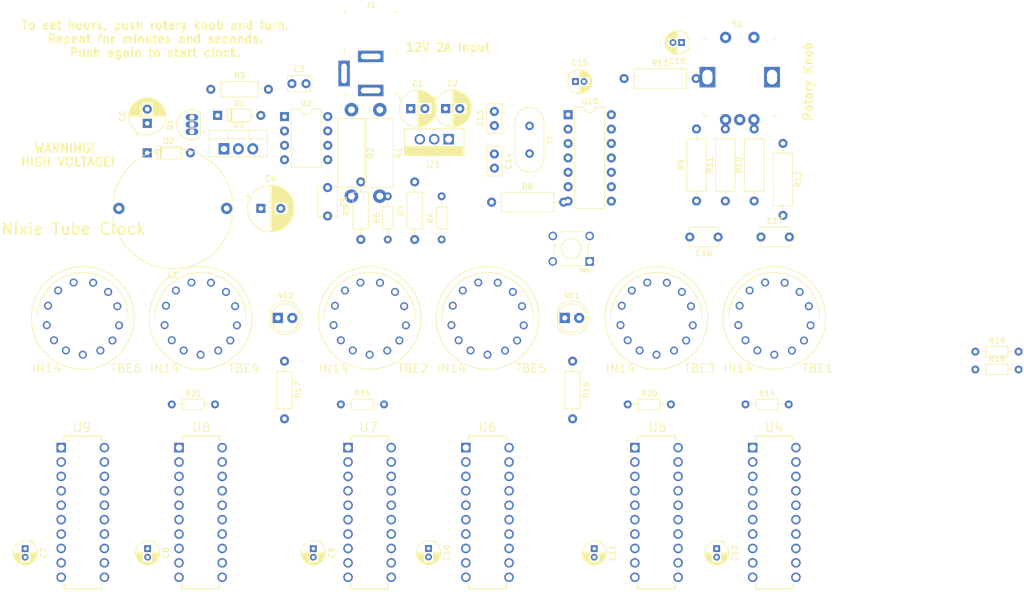
<source format=kicad_pcb>
(kicad_pcb (version 20211014) (generator pcbnew)
  (layers (0 "F.Cu" signal) (31 "B.Cu" signal) (34 "B.Paste" user) (35 "F.Paste" user) (36 "B.SilkS" user "B.Silkscreen") (37 "F.SilkS" user "F.Silkscreen") (38 "B.Mask" user) (39 "F.Mask" user) (44 "Edge.Cuts" user))
  (net 0 "")
  (net 1 "Net-(D1-Pad1)")
  (net 2 "Net-(D1-Pad2)")
  (net 3 "VDC")
  (net 4 "Net-(D2-Pad2)")
  (net 5 "GND")
  (net 6 "+12V")
  (net 7 "Net-(NE1-Pad2)")
  (net 10 "+5V")
  (net 11 "/Microcontroller/Clock In")
  (net 12 "/Microcontroller/Clock Out")
  (net 14 "/Microcontroller/Rotary Button")
  (net 15 "Net-(R10-Pad2)")
  (net 16 "/Microcontroller/Reset")
  (net 17 "/Microcontroller/Encoder A")
  (net 18 "/Microcontroller/Encoder B")
  (net 19 "Net-(R11-Pad1)")
  (net 20 "Net-(R18-Pad1)")
  (net 21 "Net-(NE2-Pad2)")
  (net 22 "Net-(C3-Pad1)")
  (net 23 "Net-(U4-Pad18)")
  (net 24 "Net-(U5-Pad18)")
  (net 25 "Net-(U6-Pad18)")
  (net 26 "Net-(U7-Pad18)")
  (net 27 "/Data Output")
  (net 28 "/Data Latch")
  (net 29 "/Shift Clock")
  (net 30 "/Tube_1_Digit_0")
  (net 31 "/Tube_1_Digit_1")
  (net 32 "/Tube_1_Digit_2")
  (net 33 "/Tube_1_Digit_3")
  (net 34 "/Tube_1_Digit_4")
  (net 35 "/Tube_1_Digit_5")
  (net 36 "/Tube_1_Digit_6")
  (net 37 "/Tube_1_Digit_7")
  (net 38 "/Tube_1_Digit_8")
  (net 39 "/Tube_1_Digit_9")
  (net 40 "/Tube_2_Digit_0")
  (net 41 "/Tube_2_Digit_1")
  (net 42 "/Tube_2_Digit_2")
  (net 43 "/Tube_2_Digit_3")
  (net 44 "/Tube_2_Digit_4")
  (net 45 "/Tube_2_Digit_5")
  (net 46 "/Tube_3_Digit_0")
  (net 47 "/Tube_3_Digit_1")
  (net 48 "/Tube_3_Digit_2")
  (net 49 "/Tube_3_Digit_3")
  (net 50 "/Tube_3_Digit_4")
  (net 51 "/Tube_3_Digit_5")
  (net 52 "/Tube_3_Digit_6")
  (net 53 "/Tube_3_Digit_7")
  (net 54 "/Tube_3_Digit_8")
  (net 55 "/Tube_3_Digit_9")
  (net 56 "/Tube_4_Digit_0")
  (net 57 "/Tube_4_Digit_1")
  (net 58 "/Tube_4_Digit_2")
  (net 59 "/Tube_4_Digit_3")
  (net 60 "/Tube_4_Digit_4")
  (net 61 "/Tube_4_Digit_5")
  (net 62 "/Tube_5_Digit_0")
  (net 63 "/Tube_5_Digit_1")
  (net 64 "/Tube_5_Digit_2")
  (net 65 "/Tube_5_Digit_3")
  (net 66 "/Tube_5_Digit_4")
  (net 67 "/Tube_5_Digit_5")
  (net 68 "/Tube_5_Digit_6")
  (net 69 "/Tube_5_Digit_7")
  (net 70 "Net-(U8-Pad18)")
  (net 71 "/Tube_5_Digit_8")
  (net 72 "/Tube_6_Digit_0")
  (net 73 "/Tube_6_Digit_1")
  (net 74 "/Tube_6_Digit_2")
  (net 80 "Net-(R14-Pad1)")
  (net 87 "Net-(R15-Pad1)")
  (net 94 "Net-(R20-Pad1)")
  (net 97 "Net-(R21-Pad1)")
  (net 100 "Net-(R19-Pad1)")
  (net 113 "Net-(C4-Pad1)")
  (net 114 "Net-(C5-Pad1)")
  (net 115 "/Tube_5_Digit_9")
  (net 116 "Net-(R6-Pad1)")
  (footprint "TPIC6595N:DIP254P762X508-20" (layer "F.Cu") (at 161.29 138.43)
    (fp_text reference "U6" (at -3.79 -26.43) (layer "F.SilkS") (effects (font (size 1.640213 1.640213))))
    (fp_text value "TPIC6595N")
    (pad "1" thru_hole rect (at -7.62 -22.86) (size 1.6764 1.6764) (drill 1.1176) (layers *.Cu *.Mask) (net 5 "GND"))
    (pad "2" thru_hole circle (at -7.62 -20.32) (size 1.6764 1.6764) (drill 1.1176) (layers *.Cu *.Mask) (net 10 "+5V"))
    (pad "3" thru_hole circle (at -7.62 -17.78) (size 1.6764 1.6764) (drill 1.1176) (layers *.Cu *.Mask) (net 24 "Net-(U5-Pad18)"))
    (pad "4" thru_hole circle (at -7.62 -15.24) (size 1.6764 1.6764) (drill 1.1176) (layers *.Cu *.Mask) (net 46 "/Tube_3_Digit_0"))
    (pad "5" thru_hole circle (at -7.62 -12.7) (size 1.6764 1.6764) (drill 1.1176) (layers *.Cu *.Mask) (net 47 "/Tube_3_Digit_1"))
    (pad "6" thru_hole circle (at -7.62 -10.16) (size 1.6764 1.6764) (drill 1.1176) (layers *.Cu *.Mask) (net 48 "/Tube_3_Digit_2"))
    (pad "7" thru_hole circle (at -7.62 -7.62) (size 1.6764 1.6764) (drill 1.1176) (layers *.Cu *.Mask) (net 49 "/Tube_3_Digit_3"))
    (pad "8" thru_hole circle (at -7.62 -5.08) (size 1.6764 1.6764) (drill 1.1176) (layers *.Cu *.Mask) (net 10 "+5V"))
    (pad "9" thru_hole circle (at -7.62 -2.54) (size 1.6764 1.6764) (drill 1.1176) (layers *.Cu *.Mask) (net 5 "GND"))
    (pad "10" thru_hole circle (at -7.62 0) (size 1.6764 1.6764) (drill 1.1176) (layers *.Cu *.Mask) (net 5 "GND"))
    (pad "11" thru_hole circle (at 0 0) (size 1.6764 1.6764) (drill 1.1176) (layers *.Cu *.Mask) (net 5 "GND"))
    (pad "12" thru_hole circle (at 0 -2.54) (size 1.6764 1.6764) (drill 1.1176) (layers *.Cu *.Mask) (net 28 "/Data Latch"))
    (pad "13" thru_hole circle (at 0 -5.08) (size 1.6764 1.6764) (drill 1.1176) (layers *.Cu *.Mask) (net 29 "/Shift Clock"))
    (pad "14" thru_hole circle (at 0 -7.62) (size 1.6764 1.6764) (drill 1.1176) (layers *.Cu *.Mask) (net 50 "/Tube_3_Digit_4"))
    (pad "15" thru_hole circle (at 0 -10.16) (size 1.6764 1.6764) (drill 1.1176) (layers *.Cu *.Mask) (net 51 "/Tube_3_Digit_5"))
    (pad "16" thru_hole circle (at 0 -12.7) (size 1.6764 1.6764) (drill 1.1176) (layers *.Cu *.Mask) (net 52 "/Tube_3_Digit_6"))
    (pad "17" thru_hole circle (at 0 -15.24) (size 1.6764 1.6764) (drill 1.1176) (layers *.Cu *.Mask) (net 53 "/Tube_3_Digit_7"))
    (pad "18" thru_hole circle (at 0 -17.78) (size 1.6764 1.6764) (drill 1.1176) (layers *.Cu *.Mask) (net 25 "Net-(U6-Pad18)"))
    (pad "19" thru_hole circle (at 0 -20.32) (size 1.6764 1.6764) (drill 1.1176) (layers *.Cu *.Mask) (net 5 "GND"))
    (pad "20" thru_hole circle (at 0 -22.86) (size 1.6764 1.6764) (drill 1.1176) (layers *.Cu *.Mask) (net 5 "GND"))
  )
  (footprint "TPIC6595N:DIP254P762X508-20" (layer "F.Cu") (at 191.093884 138.43)
    (fp_text reference "U5" (at -3.593884 -26.43) (layer "F.SilkS") (effects (font (size 1.640213 1.640213))))
    (fp_text value "TPIC6595N")
    (pad "1" thru_hole rect (at -7.62 -22.86) (size 1.6764 1.6764) (drill 1.1176) (layers *.Cu *.Mask) (net 5 "GND"))
    (pad "2" thru_hole circle (at -7.62 -20.32) (size 1.6764 1.6764) (drill 1.1176) (layers *.Cu *.Mask) (net 10 "+5V"))
    (pad "3" thru_hole circle (at -7.62 -17.78) (size 1.6764 1.6764) (drill 1.1176) (layers *.Cu *.Mask) (net 23 "Net-(U4-Pad18)"))
    (pad "4" thru_hole circle (at -7.62 -15.24) (size 1.6764 1.6764) (drill 1.1176) (layers *.Cu *.Mask) (net 38 "/Tube_1_Digit_8"))
    (pad "5" thru_hole circle (at -7.62 -12.7) (size 1.6764 1.6764) (drill 1.1176) (layers *.Cu *.Mask) (net 39 "/Tube_1_Digit_9"))
    (pad "6" thru_hole circle (at -7.62 -10.16) (size 1.6764 1.6764) (drill 1.1176) (layers *.Cu *.Mask) (net 40 "/Tube_2_Digit_0"))
    (pad "7" thru_hole circle (at -7.62 -7.62) (size 1.6764 1.6764) (drill 1.1176) (layers *.Cu *.Mask) (net 41 "/Tube_2_Digit_1"))
    (pad "8" thru_hole circle (at -7.62 -5.08) (size 1.6764 1.6764) (drill 1.1176) (layers *.Cu *.Mask) (net 10 "+5V"))
    (pad "9" thru_hole circle (at -7.62 -2.54) (size 1.6764 1.6764) (drill 1.1176) (layers *.Cu *.Mask) (net 5 "GND"))
    (pad "10" thru_hole circle (at -7.62 0) (size 1.6764 1.6764) (drill 1.1176) (layers *.Cu *.Mask) (net 5 "GND"))
    (pad "11" thru_hole circle (at 0 0) (size 1.6764 1.6764) (drill 1.1176) (layers *.Cu *.Mask) (net 5 "GND"))
    (pad "12" thru_hole circle (at 0 -2.54) (size 1.6764 1.6764) (drill 1.1176) (layers *.Cu *.Mask) (net 28 "/Data Latch"))
    (pad "13" thru_hole circle (at 0 -5.08) (size 1.6764 1.6764) (drill 1.1176) (layers *.Cu *.Mask) (net 29 "/Shift Clock"))
    (pad "14" thru_hole circle (at 0 -7.62) (size 1.6764 1.6764) (drill 1.1176) (layers *.Cu *.Mask) (net 42 "/Tube_2_Digit_2"))
    (pad "15" thru_hole circle (at 0 -10.16) (size 1.6764 1.6764) (drill 1.1176) (layers *.Cu *.Mask) (net 43 "/Tube_2_Digit_3"))
    (pad "16" thru_hole circle (at 0 -12.7) (size 1.6764 1.6764) (drill 1.1176) (layers *.Cu *.Mask) (net 44 "/Tube_2_Digit_4"))
    (pad "17" thru_hole circle (at 0 -15.24) (size 1.6764 1.6764) (drill 1.1176) (layers *.Cu *.Mask) (net 45 "/Tube_2_Digit_5"))
    (pad "18" thru_hole circle (at 0 -17.78) (size 1.6764 1.6764) (drill 1.1176) (layers *.Cu *.Mask) (net 24 "Net-(U5-Pad18)"))
    (pad "19" thru_hole circle (at 0 -20.32) (size 1.6764 1.6764) (drill 1.1176) (layers *.Cu *.Mask) (net 5 "GND"))
    (pad "20" thru_hole circle (at 0 -22.86) (size 1.6764 1.6764) (drill 1.1176) (layers *.Cu *.Mask) (net 5 "GND"))
  )
  (footprint "tlnixie-master:IN-14-mod" (layer "F.Cu") (at 187.283884 92.71)
    (fp_text reference "TBE3" (at 7.62 8.89) (layer "F.SilkS") (effects (font (size 1.524 1.524))))
    (fp_text value "IN14" (at -6.35 8.89) (layer "F.SilkS") (effects (font (size 1.524 1.524))))
    (pad "1" thru_hole circle locked (at 0 6.477) (size 1.408 1.408) (drill 0.9) (layers *.Cu *.Mask) (net 20 "Net-(R18-Pad1)"))
    (pad "2" thru_hole circle locked (at 3.104 5.752) (size 1.408 1.408) (drill 0.9) (layers *.Cu *.Mask))
    (pad "3" thru_hole circle locked (at 5.232 3.973) (size 1.408 1.408) (drill 0.9) (layers *.Cu *.Mask) (net 41 "/Tube_2_Digit_1"))
    (pad "4" thru_hole circle locked (at 6.393 1.307) (size 1.408 1.408) (drill 0.9) (layers *.Cu *.Mask) (net 42 "/Tube_2_Digit_2"))
    (pad "5" thru_hole circle locked (at 6.089 -2.063) (size 1.408 1.408) (drill 0.9) (layers *.Cu *.Mask) (net 43 "/Tube_2_Digit_3"))
    (pad "6" thru_hole circle locked (at 4.469 -4.594) (size 1.408 1.408) (drill 0.9) (layers *.Cu *.Mask) (net 44 "/Tube_2_Digit_4"))
    (pad "7" thru_hole circle locked (at 1.822 -6.213 180) (size 1.408 1.408) (drill 0.9) (layers *.Cu *.Mask) (net 45 "/Tube_2_Digit_5"))
    (pad "8" thru_hole circle locked (at -1.621 -6.243 180) (size 1.408 1.408) (drill 0.9) (layers *.Cu *.Mask))
    (pad "9" thru_hole circle locked (at -4.348 -4.846) (size 1.408 1.408) (drill 0.9) (layers *.Cu *.Mask))
    (pad "10" thru_hole circle locked (at -6.12 -2.154) (size 1.408 1.408) (drill 0.9) (layers *.Cu *.Mask))
    (pad "11" thru_hole circle locked (at -6.35 1.27) (size 1.408 1.408) (drill 0.9) (layers *.Cu *.Mask))
    (pad "12" thru_hole circle locked (at -5.08 3.937) (size 1.408 1.408) (drill 0.9) (layers *.Cu *.Mask) (net 40 "/Tube_2_Digit_0"))
    (pad "13" thru_hole circle locked (at -2.978 5.725) (size 1.408 1.408) (drill 0.9) (layers *.Cu *.Mask))
  )
  (footprint "Resistor_THT:R_Axial_DIN0204_L3.6mm_D1.6mm_P7.62mm_Horizontal" (layer "F.Cu") (at 243.5 101.8)
    (fp_text reference "R18" (at 3.81 -1.92) (layer "F.SilkS"))
    (fp_text value "14k")
    (pad "1" thru_hole circle (at 0 0) (size 1.4 1.4) (drill 0.7) (layers *.Cu *.Mask) (net 20 "Net-(R18-Pad1)"))
    (pad "2" thru_hole oval (at 7.62 0) (size 1.4 1.4) (drill 0.7) (layers *.Cu *.Mask) (net 3 "VDC"))
  )
  (footprint "Resistor_THT:R_Axial_DIN0204_L3.6mm_D1.6mm_P7.62mm_Horizontal" (layer "F.Cu") (at 202.974632 107.95)
    (fp_text reference "R14" (at 3.81 -1.92) (layer "F.SilkS"))
    (fp_text value "14k")
    (pad "1" thru_hole circle (at 0 0) (size 1.4 1.4) (drill 0.7) (layers *.Cu *.Mask) (net 80 "Net-(R14-Pad1)"))
    (pad "2" thru_hole oval (at 7.62 0) (size 1.4 1.4) (drill 0.7) (layers *.Cu *.Mask) (net 3 "VDC"))
  )
  (footprint "Crystal:Crystal_HC49-4H_Vertical" (layer "F.Cu") (at 164.9 58.85 -90)
    (fp_text reference "Y1" (at 2.44 -3.525 90) (layer "F.SilkS"))
    (fp_text value "12.288MHz")
    (pad "1" thru_hole circle (at 0 0 270) (size 1.5 1.5) (drill 0.8) (layers *.Cu *.Mask) (net 11 "/Microcontroller/Clock In"))
    (pad "2" thru_hole circle (at 4.88 0 270) (size 1.5 1.5) (drill 0.8) (layers *.Cu *.Mask) (net 12 "/Microcontroller/Clock Out"))
  )
  (footprint "tlnixie-master:IN-14-mod" (layer "F.Cu") (at 106.905374 92.71)
    (fp_text reference "TBE4" (at 7.62 8.89) (layer "F.SilkS") (effects (font (size 1.524 1.524))))
    (fp_text value "IN14" (at -6.35 8.89) (layer "F.SilkS") (effects (font (size 1.524 1.524))))
    (pad "1" thru_hole circle locked (at 0 6.477) (size 1.408 1.408) (drill 0.9) (layers *.Cu *.Mask) (net 100 "Net-(R19-Pad1)"))
    (pad "2" thru_hole circle locked (at 3.104 5.752) (size 1.408 1.408) (drill 0.9) (layers *.Cu *.Mask))
    (pad "3" thru_hole circle locked (at 5.232 3.973) (size 1.408 1.408) (drill 0.9) (layers *.Cu *.Mask) (net 63 "/Tube_5_Digit_1"))
    (pad "4" thru_hole circle locked (at 6.393 1.307) (size 1.408 1.408) (drill 0.9) (layers *.Cu *.Mask) (net 64 "/Tube_5_Digit_2"))
    (pad "5" thru_hole circle locked (at 6.089 -2.063) (size 1.408 1.408) (drill 0.9) (layers *.Cu *.Mask) (net 65 "/Tube_5_Digit_3"))
    (pad "6" thru_hole circle locked (at 4.469 -4.594) (size 1.408 1.408) (drill 0.9) (layers *.Cu *.Mask) (net 66 "/Tube_5_Digit_4"))
    (pad "7" thru_hole circle locked (at 1.822 -6.213 180) (size 1.408 1.408) (drill 0.9) (layers *.Cu *.Mask) (net 67 "/Tube_5_Digit_5"))
    (pad "8" thru_hole circle locked (at -1.621 -6.243 180) (size 1.408 1.408) (drill 0.9) (layers *.Cu *.Mask) (net 68 "/Tube_5_Digit_6"))
    (pad "9" thru_hole circle locked (at -4.348 -4.846) (size 1.408 1.408) (drill 0.9) (layers *.Cu *.Mask) (net 69 "/Tube_5_Digit_7"))
    (pad "10" thru_hole circle locked (at -6.12 -2.154) (size 1.408 1.408) (drill 0.9) (layers *.Cu *.Mask) (net 71 "/Tube_5_Digit_8"))
    (pad "11" thru_hole circle locked (at -6.35 1.27) (size 1.408 1.408) (drill 0.9) (layers *.Cu *.Mask) (net 115 "/Tube_5_Digit_9"))
    (pad "12" thru_hole circle locked (at -5.08 3.937) (size 1.408 1.408) (drill 0.9) (layers *.Cu *.Mask) (net 62 "/Tube_5_Digit_0"))
    (pad "13" thru_hole circle locked (at -2.978 5.725) (size 1.408 1.408) (drill 0.9) (layers *.Cu *.Mask))
  )
  (footprint "Capacitor_THT:CP_Radial_D6.3mm_P2.50mm" (layer "F.Cu") (at 143.944888 55.8)
    (fp_text reference "C1" (at 1.25 -4.4) (layer "F.SilkS"))
    (fp_text value "10uF")
    (pad "1" thru_hole rect (at 0 0) (size 1.6 1.6) (drill 0.8) (layers *.Cu *.Mask) (net 6 "+12V"))
    (pad "2" thru_hole circle (at 2.5 0) (size 1.6 1.6) (drill 0.8) (layers *.Cu *.Mask) (net 5 "GND"))
  )
  (footprint "Resistor_THT:R_Axial_DIN0204_L3.6mm_D1.6mm_P7.62mm_Horizontal" (layer "F.Cu") (at 149.4 78.88 90)
    (fp_text reference "R4" (at 3.81 -1.92 90) (layer "F.SilkS"))
    (fp_text value "475k 1%")
    (pad "1" thru_hole circle (at 0 0 90) (size 1.4 1.4) (drill 0.7) (layers *.Cu *.Mask) (net 3 "VDC"))
    (pad "2" thru_hole oval (at 7.62 0 90) (size 1.4 1.4) (drill 0.7) (layers *.Cu *.Mask) (net 114 "Net-(C5-Pad1)"))
  )
  (footprint "TPIC6595N:DIP254P762X508-20" (layer "F.Cu") (at 211.864632 138.43)
    (fp_text reference "U4" (at -3.864632 -26.43) (layer "F.SilkS") (effects (font (size 1.640213 1.640213))))
    (fp_text value "TPIC6595N")
    (pad "1" thru_hole rect (at -7.62 -22.86) (size 1.6764 1.6764) (drill 1.1176) (layers *.Cu *.Mask) (net 5 "GND"))
    (pad "2" thru_hole circle (at -7.62 -20.32) (size 1.6764 1.6764) (drill 1.1176) (layers *.Cu *.Mask) (net 10 "+5V"))
    (pad "3" thru_hole circle (at -7.62 -17.78) (size 1.6764 1.6764) (drill 1.1176) (layers *.Cu *.Mask) (net 27 "/Data Output"))
    (pad "4" thru_hole circle (at -7.62 -15.24) (size 1.6764 1.6764) (drill 1.1176) (layers *.Cu *.Mask) (net 30 "/Tube_1_Digit_0"))
    (pad "5" thru_hole circle (at -7.62 -12.7) (size 1.6764 1.6764) (drill 1.1176) (layers *.Cu *.Mask) (net 31 "/Tube_1_Digit_1"))
    (pad "6" thru_hole circle (at -7.62 -10.16) (size 1.6764 1.6764) (drill 1.1176) (layers *.Cu *.Mask) (net 32 "/Tube_1_Digit_2"))
    (pad "7" thru_hole circle (at -7.62 -7.62) (size 1.6764 1.6764) (drill 1.1176) (layers *.Cu *.Mask) (net 33 "/Tube_1_Digit_3"))
    (pad "8" thru_hole circle (at -7.62 -5.08) (size 1.6764 1.6764) (drill 1.1176) (layers *.Cu *.Mask) (net 10 "+5V"))
    (pad "9" thru_hole circle (at -7.62 -2.54) (size 1.6764 1.6764) (drill 1.1176) (layers *.Cu *.Mask) (net 5 "GND"))
    (pad "10" thru_hole circle (at -7.62 0) (size 1.6764 1.6764) (drill 1.1176) (layers *.Cu *.Mask) (net 5 "GND"))
    (pad "11" thru_hole circle (at 0 0) (size 1.6764 1.6764) (drill 1.1176) (layers *.Cu *.Mask) (net 5 "GND"))
    (pad "12" thru_hole circle (at 0 -2.54) (size 1.6764 1.6764) (drill 1.1176) (layers *.Cu *.Mask) (net 28 "/Data Latch"))
    (pad "13" thru_hole circle (at 0 -5.08) (size 1.6764 1.6764) (drill 1.1176) (layers *.Cu *.Mask) (net 29 "/Shift Clock"))
    (pad "14" thru_hole circle (at 0 -7.62) (size 1.6764 1.6764) (drill 1.1176) (layers *.Cu *.Mask) (net 34 "/Tube_1_Digit_4"))
    (pad "15" thru_hole circle (at 0 -10.16) (size 1.6764 1.6764) (drill 1.1176) (layers *.Cu *.Mask) (net 35 "/Tube_1_Digit_5"))
    (pad "16" thru_hole circle (at 0 -12.7) (size 1.6764 1.6764) (drill 1.1176) (layers *.Cu *.Mask) (net 36 "/Tube_1_Digit_6"))
    (pad "17" thru_hole circle (at 0 -15.24) (size 1.6764 1.6764) (drill 1.1176) (layers *.Cu *.Mask) (net 37 "/Tube_1_Digit_7"))
    (pad "18" thru_hole circle (at 0 -17.78) (size 1.6764 1.6764) (drill 1.1176) (layers *.Cu *.Mask) (net 23 "Net-(U4-Pad18)"))
    (pad "19" thru_hole circle (at 0 -20.32) (size 1.6764 1.6764) (drill 1.1176) (layers *.Cu *.Mask) (net 5 "GND"))
    (pad "20" thru_hole circle (at 0 -22.86) (size 1.6764 1.6764) (drill 1.1176) (layers *.Cu *.Mask) (net 5 "GND"))
  )
  (footprint "TPIC6595N:DIP254P762X508-20" (layer "F.Cu") (at 140.519258 138.43)
    (fp_text reference "U7" (at -4.019258 -26.43) (layer "F.SilkS") (effects (font (size 1.640213 1.640213))))
    (fp_text value "TPIC6595N")
    (pad "1" thru_hole rect (at -7.62 -22.86) (size 1.6764 1.6764) (drill 1.1176) (layers *.Cu *.Mask) (net 5 "GND"))
    (pad "2" thru_hole circle (at -7.62 -20.32) (size 1.6764 1.6764) (drill 1.1176) (layers *.Cu *.Mask) (net 10 "+5V"))
    (pad "3" thru_hole circle (at -7.62 -17.78) (size 1.6764 1.6764) (drill 1.1176) (layers *.Cu *.Mask) (net 25 "Net-(U6-Pad18)"))
    (pad "4" thru_hole circle (at -7.62 -15.24) (size 1.6764 1.6764) (drill 1.1176) (layers *.Cu *.Mask) (net 54 "/Tube_3_Digit_8"))
    (pad "5" thru_hole circle (at -7.62 -12.7) (size 1.6764 1.6764) (drill 1.1176) (layers *.Cu *.Mask) (net 55 "/Tube_3_Digit_9"))
    (pad "6" thru_hole circle (at -7.62 -10.16) (size 1.6764 1.6764) (drill 1.1176) (layers *.Cu *.Mask) (net 56 "/Tube_4_Digit_0"))
    (pad "7" thru_hole circle (at -7.62 -7.62) (size 1.6764 1.6764) (drill 1.1176) (layers *.Cu *.Mask) (net 57 "/Tube_4_Digit_1"))
    (pad "8" thru_hole circle (at -7.62 -5.08) (size 1.6764 1.6764) (drill 1.1176) (layers *.Cu *.Mask) (net 10 "+5V"))
    (pad "9" thru_hole circle (at -7.62 -2.54) (size 1.6764 1.6764) (drill 1.1176) (layers *.Cu *.Mask) (net 5 "GND"))
    (pad "10" thru_hole circle (at -7.62 0) (size 1.6764 1.6764) (drill 1.1176) (layers *.Cu *.Mask) (net 5 "GND"))
    (pad "11" thru_hole circle (at 0 0) (size 1.6764 1.6764) (drill 1.1176) (layers *.Cu *.Mask) (net 5 "GND"))
    (pad "12" thru_hole circle (at 0 -2.54) (size 1.6764 1.6764) (drill 1.1176) (layers *.Cu *.Mask) (net 28 "/Data Latch"))
    (pad "13" thru_hole circle (at 0 -5.08) (size 1.6764 1.6764) (drill 1.1176) (layers *.Cu *.Mask) (net 29 "/Shift Clock"))
    (pad "14" thru_hole circle (at 0 -7.62) (size 1.6764 1.6764) (drill 1.1176) (layers *.Cu *.Mask) (net 58 "/Tube_4_Digit_2"))
    (pad "15" thru_hole circle (at 0 -10.16) (size 1.6764 1.6764) (drill 1.1176) (layers *.Cu *.Mask) (net 59 "/Tube_4_Digit_3"))
    (pad "16" thru_hole circle (at 0 -12.7) (size 1.6764 1.6764) (drill 1.1176) (layers *.Cu *.Mask) (net 60 "/Tube_4_Digit_4"))
    (pad "17" thru_hole circle (at 0 -15.24) (size 1.6764 1.6764) (drill 1.1176) (layers *.Cu *.Mask) (net 61 "/Tube_4_Digit_5"))
    (pad "18" thru_hole circle (at 0 -17.78) (size 1.6764 1.6764) (drill 1.1176) (layers *.Cu *.Mask) (net 26 "Net-(U7-Pad18)"))
    (pad "19" thru_hole circle (at 0 -20.32) (size 1.6764 1.6764) (drill 1.1176) (layers *.Cu *.Mask) (net 5 "GND"))
    (pad "20" thru_hole circle (at 0 -22.86) (size 1.6764 1.6764) (drill 1.1176) (layers *.Cu *.Mask) (net 5 "GND"))
  )
  (footprint "tlnixie-master:IN-14-mod" (layer "F.Cu") (at 157.48 92.71)
    (fp_text reference "TBE5" (at 7.62 8.89) (layer "F.SilkS") (effects (font (size 1.524 1.524))))
    (fp_text value "IN14" (at -6.35 8.89) (layer "F.SilkS") (effects (font (size 1.524 1.524))))
    (pad "1" thru_hole circle locked (at 0 6.477) (size 1.408 1.408) (drill 0.9) (layers *.Cu *.Mask) (net 94 "Net-(R20-Pad1)"))
    (pad "2" thru_hole circle locked (at 3.104 5.752) (size 1.408 1.408) (drill 0.9) (layers *.Cu *.Mask))
    (pad "3" thru_hole circle locked (at 5.232 3.973) (size 1.408 1.408) (drill 0.9) (layers *.Cu *.Mask) (net 47 "/Tube_3_Digit_1"))
    (pad "4" thru_hole circle locked (at 6.393 1.307) (size 1.408 1.408) (drill 0.9) (layers *.Cu *.Mask) (net 48 "/Tube_3_Digit_2"))
    (pad "5" thru_hole circle locked (at 6.089 -2.063) (size 1.408 1.408) (drill 0.9) (layers *.Cu *.Mask) (net 49 "/Tube_3_Digit_3"))
    (pad "6" thru_hole circle locked (at 4.469 -4.594) (size 1.408 1.408) (drill 0.9) (layers *.Cu *.Mask) (net 50 "/Tube_3_Digit_4"))
    (pad "7" thru_hole circle locked (at 1.822 -6.213 180) (size 1.408 1.408) (drill 0.9) (layers *.Cu *.Mask) (net 51 "/Tube_3_Digit_5"))
    (pad "8" thru_hole circle locked (at -1.621 -6.243 180) (size 1.408 1.408) (drill 0.9) (layers *.Cu *.Mask) (net 52 "/Tube_3_Digit_6"))
    (pad "9" thru_hole circle locked (at -4.348 -4.846) (size 1.408 1.408) (drill 0.9) (layers *.Cu *.Mask) (net 53 "/Tube_3_Digit_7"))
    (pad "10" thru_hole circle locked (at -6.12 -2.154) (size 1.408 1.408) (drill 0.9) (layers *.Cu *.Mask) (net 54 "/Tube_3_Digit_8"))
    (pad "11" thru_hole circle locked (at -6.35 1.27) (size 1.408 1.408) (drill 0.9) (layers *.Cu *.Mask) (net 55 "/Tube_3_Digit_9"))
    (pad "12" thru_hole circle locked (at -5.08 3.937) (size 1.408 1.408) (drill 0.9) (layers *.Cu *.Mask) (net 46 "/Tube_3_Digit_0"))
    (pad "13" thru_hole circle locked (at -2.978 5.725) (size 1.408 1.408) (drill 0.9) (layers *.Cu *.Mask))
  )
  (footprint "tlnixie-master:IN-14-mod" (layer "F.Cu") (at 208.054632 92.71)
    (fp_text reference "TBE1" (at 7.62 8.89) (layer "F.SilkS") (effects (font (size 1.524 1.524))))
    (fp_text value "IN14" (at -6.35 8.89) (layer "F.SilkS") (effects (font (size 1.524 1.524))))
    (pad "1" thru_hole circle locked (at 0 6.477) (size 1.408 1.408) (drill 0.9) (layers *.Cu *.Mask) (net 80 "Net-(R14-Pad1)"))
    (pad "2" thru_hole circle locked (at 3.104 5.752) (size 1.408 1.408) (drill 0.9) (layers *.Cu *.Mask))
    (pad "3" thru_hole circle locked (at 5.232 3.973) (size 1.408 1.408) (drill 0.9) (layers *.Cu *.Mask) (net 31 "/Tube_1_Digit_1"))
    (pad "4" thru_hole circle locked (at 6.393 1.307) (size 1.408 1.408) (drill 0.9) (layers *.Cu *.Mask) (net 32 "/Tube_1_Digit_2"))
    (pad "5" thru_hole circle locked (at 6.089 -2.063) (size 1.408 1.408) (drill 0.9) (layers *.Cu *.Mask) (net 33 "/Tube_1_Digit_3"))
    (pad "6" thru_hole circle locked (at 4.469 -4.594) (size 1.408 1.408) (drill 0.9) (layers *.Cu *.Mask) (net 34 "/Tube_1_Digit_4"))
    (pad "7" thru_hole circle locked (at 1.822 -6.213 180) (size 1.408 1.408) (drill 0.9) (layers *.Cu *.Mask) (net 35 "/Tube_1_Digit_5"))
    (pad "8" thru_hole circle locked (at -1.621 -6.243 180) (size 1.408 1.408) (drill 0.9) (layers *.Cu *.Mask) (net 36 "/Tube_1_Digit_6"))
    (pad "9" thru_hole circle locked (at -4.348 -4.846) (size 1.408 1.408) (drill 0.9) (layers *.Cu *.Mask) (net 37 "/Tube_1_Digit_7"))
    (pad "10" thru_hole circle locked (at -6.12 -2.154) (size 1.408 1.408) (drill 0.9) (layers *.Cu *.Mask) (net 38 "/Tube_1_Digit_8"))
    (pad "11" thru_hole circle locked (at -6.35 1.27) (size 1.408 1.408) (drill 0.9) (layers *.Cu *.Mask) (net 39 "/Tube_1_Digit_9"))
    (pad "12" thru_hole circle locked (at -5.08 3.937) (size 1.408 1.408) (drill 0.9) (layers *.Cu *.Mask) (net 30 "/Tube_1_Digit_0"))
    (pad "13" thru_hole circle locked (at -2.978 5.725) (size 1.408 1.408) (drill 0.9) (layers *.Cu *.Mask))
  )
  (footprint "Capacitor_THT:CP_Radial_D4.0mm_P1.50mm" (layer "F.Cu") (at 97.564632 133.39 -90)
    (fp_text reference "C8" (at 0.75 -3.25 -90) (layer "F.SilkS"))
    (fp_text value "0.1uF")
    (pad "1" thru_hole rect (at 0 0 270) (size 1.2 1.2) (drill 0.6) (layers *.Cu *.Mask) (net 10 "+5V"))
    (pad "2" thru_hole circle (at 1.5 0 270) (size 1.2 1.2) (drill 0.6) (layers *.Cu *.Mask) (net 5 "GND"))
  )
  (footprint "LED_THT:LED_D5.0mm_Clear" (layer "F.Cu") (at 171.106942 92.71)
    (fp_text reference "NE1" (at 1.27 -3.96) (layer "F.SilkS"))
    (fp_text value "Lamp_Neon")
    (pad "1" thru_hole rect locked (at 0 0) (size 1.8 1.8) (drill 0.9) (layers *.Cu *.Mask) (net 5 "GND"))
    (pad "2" thru_hole circle locked (at 2.54 0) (size 1.8 1.8) (drill 0.9) (layers *.Cu *.Mask) (net 7 "Net-(NE1-Pad2)"))
  )
  (footprint "MPSA55:TO92127P520H787-3" (layer "F.Cu") (at 105.3775 58.6 90)
    (fp_text reference "Q1" (at -0.075 -3.885 90) (layer "F.SilkS"))
    (fp_text value "MPSA55")
    (pad "1" thru_hole oval (at -1.27 0 90) (size 1.1 2.2) (drill 0.88) (layers *.Cu *.Mask) (net 1 "Net-(D1-Pad1)"))
    (pad "2" thru_hole oval (at 0 0 90) (size 1.1 2.2) (drill 0.88) (layers *.Cu *.Mask) (net 2 "Net-(D1-Pad2)"))
    (pad "3" thru_hole oval (at 1.27 0 90) (size 1.1 2.2) (drill 0.88) (layers *.Cu *.Mask) (net 5 "GND"))
  )
  (footprint "TPIC6595N:DIP254P762X508-20" (layer "F.Cu") (at 89.944632 138.43)
    (fp_text reference "U9" (at -3.944632 -26.43) (layer "F.SilkS") (effects (font (size 1.640213 1.640213))))
    (fp_text value "TPIC6595N")
    (pad "1" thru_hole rect (at -7.62 -22.86) (size 1.6764 1.6764) (drill 1.1176) (layers *.Cu *.Mask) (net 5 "GND"))
    (pad "2" thru_hole circle (at -7.62 -20.32) (size 1.6764 1.6764) (drill 1.1176) (layers *.Cu *.Mask) (net 10 "+5V"))
    (pad "3" thru_hole circle (at -7.62 -17.78) (size 1.6764 1.6764) (drill 1.1176) (layers *.Cu *.Mask) (net 70 "Net-(U8-Pad18)"))
    (pad "4" thru_hole circle (at -7.62 -15.24) (size 1.6764 1.6764) (drill 1.1176) (layers *.Cu *.Mask) (net 71 "/Tube_5_Digit_8"))
    (pad "5" thru_hole circle (at -7.62 -12.7) (size 1.6764 1.6764) (drill 1.1176) (layers *.Cu *.Mask) (net 115 "/Tube_5_Digit_9"))
    (pad "6" thru_hole circle (at -7.62 -10.16) (size 1.6764 1.6764) (drill 1.1176) (layers *.Cu *.Mask) (net 72 "/Tube_6_Digit_0"))
    (pad "7" thru_hole circle (at -7.62 -7.62) (size 1.6764 1.6764) (drill 1.1176) (layers *.Cu *.Mask) (net 73 "/Tube_6_Digit_1"))
    (pad "8" thru_hole circle (at -7.62 -5.08) (size 1.6764 1.6764) (drill 1.1176) (layers *.Cu *.Mask) (net 10 "+5V"))
    (pad "9" thru_hole circle (at -7.62 -2.54) (size 1.6764 1.6764) (drill 1.1176) (layers *.Cu *.Mask) (net 5 "GND"))
    (pad "10" thru_hole circle (at -7.62 0) (size 1.6764 1.6764) (drill 1.1176) (layers *.Cu *.Mask) (net 5 "GND"))
    (pad "11" thru_hole circle (at 0 0) (size 1.6764 1.6764) (drill 1.1176) (layers *.Cu *.Mask) (net 5 "GND"))
    (pad "12" thru_hole circle (at 0 -2.54) (size 1.6764 1.6764) (drill 1.1176) (layers *.Cu *.Mask) (net 28 "/Data Latch"))
    (pad "13" thru_hole circle (at 0 -5.08) (size 1.6764 1.6764) (drill 1.1176) (layers *.Cu *.Mask) (net 29 "/Shift Clock"))
    (pad "14" thru_hole circle (at 0 -7.62) (size 1.6764 1.6764) (drill 1.1176) (layers *.Cu *.Mask) (net 74 "/Tube_6_Digit_2"))
    (pad "15" thru_hole circle (at 0 -10.16) (size 1.6764 1.6764) (drill 1.1176) (layers *.Cu *.Mask))
    (pad "16" thru_hole circle (at 0 -12.7) (size 1.6764 1.6764) (drill 1.1176) (layers *.Cu *.Mask))
    (pad "17" thru_hole circle (at 0 -15.24) (size 1.6764 1.6764) (drill 1.1176) (layers *.Cu *.Mask))
    (pad "18" thru_hole circle (at 0 -17.78) (size 1.6764 1.6764) (drill 1.1176) (layers *.Cu *.Mask))
    (pad "19" thru_hole circle (at 0 -20.32) (size 1.6764 1.6764) (drill 1.1176) (layers *.Cu *.Mask) (net 5 "GND"))
    (pad "20" thru_hole circle (at 0 -22.86) (size 1.6764 1.6764) (drill 1.1176) (layers *.Cu *.Mask) (net 5 "GND"))
  )
  (footprint "Capacitor_THT:CP_Radial_D4.0mm_P1.50mm" (layer "F.Cu") (at 173 51.03)
    (fp_text reference "C15" (at 0.75 -3.25) (layer "F.SilkS"))
    (fp_text value "0.1uF")
    (pad "1" thru_hole rect (at 0 0) (size 1.2 1.2) (drill 0.6) (layers *.Cu *.Mask) (net 10 "+5V"))
    (pad "2" thru_hole circle (at 1.5 0) (size 1.2 1.2) (drill 0.6) (layers *.Cu *.Mask) (net 5 "GND"))
  )
  (footprint "Resistor_THT:R_Axial_DIN0414_L11.9mm_D4.5mm_P15.24mm_Horizontal" (layer "F.Cu") (at 138.5 56 -90)
    (fp_text reference "R1" (at 7.62 -3.37 -90) (layer "F.SilkS"))
    (fp_text value "0.5")
    (pad "1" thru_hole circle (at 0 0 270) (size 2.4 2.4) (drill 1.2) (layers *.Cu *.Mask) (net 6 "+12V"))
    (pad "2" thru_hole oval (at 15.24 0 270) (size 2.4 2.4) (drill 1.2) (layers *.Cu *.Mask) (net 113 "Net-(C4-Pad1)"))
  )
  (footprint "Package_DIP:DIP-8_W7.62mm" (layer "F.Cu") (at 121.7 57.2)
    (fp_text reference "U2" (at 3.81 -2.33) (layer "F.SilkS"))
    (fp_text value "MC34063AP")
    (pad "1" thru_hole rect (at 0 0) (size 1.6 1.6) (drill 0.8) (layers *.Cu *.Mask) (net 113 "Net-(C4-Pad1)"))
    (pad "2" thru_hole oval (at 0 2.54) (size 1.6 1.6) (drill 0.8) (layers *.Cu *.Mask) (net 2 "Net-(D1-Pad2)"))
    (pad "3" thru_hole oval (at 0 5.08) (size 1.6 1.6) (drill 0.8) (layers *.Cu *.Mask) (net 22 "Net-(C3-Pad1)"))
    (pad "4" thru_hole oval (at 0 7.62) (size 1.6 1.6) (drill 0.8) (layers *.Cu *.Mask) (net 5 "GND"))
    (pad "5" thru_hole oval (at 7.62 7.62) (size 1.6 1.6) (drill 0.8) (layers *.Cu *.Mask) (net 114 "Net-(C5-Pad1)"))
    (pad "6" thru_hole oval (at 7.62 5.08) (size 1.6 1.6) (drill 0.8) (layers *.Cu *.Mask) (net 6 "+12V"))
    (pad "7" thru_hole oval (at 7.62 2.54) (size 1.6 1.6) (drill 0.8) (layers *.Cu *.Mask) (net 113 "Net-(C4-Pad1)"))
    (pad "8" thru_hole oval (at 7.62 0) (size 1.6 1.6) (drill 0.8) (layers *.Cu *.Mask) (net 113 "Net-(C4-Pad1)"))
  )
  (footprint "Capacitor_THT:C_Disc_D5.1mm_W3.2mm_P5.00mm" (layer "F.Cu") (at 129.3 69.725 -90)
    (fp_text reference "C5" (at 2.5 -2.85 -90) (layer "F.SilkS"))
    (fp_text value "0.01uF")
    (pad "1" thru_hole circle (at 0 0 270) (size 1.6 1.6) (drill 0.8) (layers *.Cu *.Mask) (net 114 "Net-(C5-Pad1)"))
    (pad "2" thru_hole circle (at 5 0 270) (size 1.6 1.6) (drill 0.8) (layers *.Cu *.Mask) (net 5 "GND"))
  )
  (footprint "LM1086IT-5:TO254P1054X470X1955-3" (layer "F.Cu") (at 148.1 61.2 180)
    (fp_text reference "U1" (at 0.1 -4.399) (layer "F.SilkS") (effects (font (size 1.4 1.4))))
    (fp_text value "LM1086IT-5.0")
    (pad "1" thru_hole rect (at -2.54 0 180) (size 1.86 1.86) (drill 1.24) (layers *.Cu *.Mask) (net 5 "GND"))
    (pad "2" thru_hole circle (at 0 0 180) (size 1.86 1.86) (drill 1.24) (layers *.Cu *.Mask) (net 10 "+5V"))
    (pad "3" thru_hole circle (at 2.54 0 180) (size 1.86 1.86) (drill 1.24) (layers *.Cu *.Mask) (net 6 "+12V"))
  )
  (footprint "Capacitor_THT:CP_Radial_D4.0mm_P1.50mm" (layer "F.Cu") (at 126.774632 133.39 -90)
    (fp_text reference "C9" (at 0.75 -3.25 -90) (layer "F.SilkS"))
    (fp_text value "0.1uF")
    (pad "1" thru_hole rect (at 0 0 270) (size 1.2 1.2) (drill 0.6) (layers *.Cu *.Mask) (net 10 "+5V"))
    (pad "2" thru_hole circle (at 1.5 0 270) (size 1.2 1.2) (drill 0.6) (layers *.Cu *.Mask) (net 5 "GND"))
  )
  (footprint "Resistor_THT:R_Axial_DIN0204_L3.6mm_D1.6mm_P7.62mm_Horizontal" (layer "F.Cu") (at 131.629258 107.95)
    (fp_text reference "R15" (at 3.81 -1.92) (layer "F.SilkS"))
    (fp_text value "14k")
    (pad "1" thru_hole circle (at 0 0) (size 1.4 1.4) (drill 0.7) (layers *.Cu *.Mask) (net 87 "Net-(R15-Pad1)"))
    (pad "2" thru_hole oval (at 7.62 0) (size 1.4 1.4) (drill 0.7) (layers *.Cu *.Mask) (net 3 "VDC"))
  )
  (footprint "Resistor_THT:R_Axial_DIN0309_L9.0mm_D3.2mm_P12.70mm_Horizontal" (layer "F.Cu") (at 181.575 50.5)
    (fp_text reference "R13" (at 6.35 -2.72) (layer "F.SilkS"))
    (fp_text value "10k")
    (pad "1" thru_hole circle (at 0 0) (size 1.6 1.6) (drill 0.8) (layers *.Cu *.Mask) (net 14 "/Microcontroller/Rotary Button"))
    (pad "2" thru_hole oval (at 12.7 0) (size 1.6 1.6) (drill 0.8) (layers *.Cu *.Mask) (net 10 "+5V"))
  )
  (footprint "Resistor_THT:R_Axial_DIN0207_L6.3mm_D2.5mm_P10.16mm_Horizontal" (layer "F.Cu") (at 172.494632 100.33 -90)
    (fp_text reference "R16" (at 5.08 -2.37 90) (layer "F.SilkS"))
    (fp_text value "14k")
    (pad "1" thru_hole circle (at 0 0 270) (size 1.6 1.6) (drill 0.8) (layers *.Cu *.Mask) (net 7 "Net-(NE1-Pad2)"))
    (pad "2" thru_hole oval (at 10.16 0 270) (size 1.6 1.6) (drill 0.8) (layers *.Cu *.Mask) (net 3 "VDC"))
  )
  (footprint "Resistor_THT:R_Axial_DIN0309_L9.0mm_D3.2mm_P12.70mm_Horizontal" (layer "F.Cu") (at 194.34 72.09 90)
    (fp_text reference "R9" (at 6.35 -2.72 90) (layer "F.SilkS"))
    (fp_text value "10k")
    (pad "1" thru_hole circle (at 0 0 90) (size 1.6 1.6) (drill 0.8) (layers *.Cu *.Mask) (net 17 "/Microcontroller/Encoder A"))
    (pad "2" thru_hole oval (at 12.7 0 90) (size 1.6 1.6) (drill 0.8) (layers *.Cu *.Mask) (net 19 "Net-(R11-Pad1)"))
  )
  (footprint "Capacitor_THT:CP_Radial_D4.0mm_P1.50mm" (layer "F.Cu") (at 197.894632 133.39 -90)
    (fp_text reference "C12" (at 0.75 -3.25 -90) (layer "F.SilkS"))
    (fp_text value "0.1uF")
    (pad "1" thru_hole rect (at 0 0 270) (size 1.2 1.2) (drill 0.6) (layers *.Cu *.Mask) (net 10 "+5V"))
    (pad "2" thru_hole circle (at 1.5 0 270) (size 1.2 1.2) (drill 0.6) (layers *.Cu *.Mask) (net 5 "GND"))
  )
  (footprint "TPIC6595N:DIP254P762X508-20" (layer "F.Cu") (at 110.715374 138.43)
    (fp_text reference "U8" (at -3.715374 -26.43) (layer "F.SilkS") (effects (font (size 1.640213 1.640213))))
    (fp_text value "TPIC6595N")
    (pad "1" thru_hole rect (at -7.62 -22.86) (size 1.6764 1.6764) (drill 1.1176) (layers *.Cu *.Mask) (net 5 "GND"))
    (pad "2" thru_hole circle (at -7.62 -20.32) (size 1.6764 1.6764) (drill 1.1176) (layers *.Cu *.Mask) (net 10 "+5V"))
    (pad "3" thru_hole circle (at -7.62 -17.78) (size 1.6764 1.6764) (drill 1.1176) (layers *.Cu *.Mask) (net 26 "Net-(U7-Pad18)"))
    (pad "4" thru_hole circle (at -7.62 -15.24) (size 1.6764 1.6764) (drill 1.1176) (layers *.Cu *.Mask) (net 62 "/Tube_5_Digit_0"))
    (pad "5" thru_hole circle (at -7.62 -12.7) (size 1.6764 1.6764) (drill 1.1176) (layers *.Cu *.Mask) (net 63 "/Tube_5_Digit_1"))
    (pad "6" thru_hole circle (at -7.62 -10.16) (size 1.6764 1.6764) (drill 1.1176) (layers *.Cu *.Mask) (net 64 "/Tube_5_Digit_2"))
    (pad "7" thru_hole circle (at -7.62 -7.62) (size 1.6764 1.6764) (drill 1.1176) (layers *.Cu *.Mask) (net 65 "/Tube_5_Digit_3"))
    (pad "8" thru_hole circle (at -7.62 -5.08) (size 1.6764 1.6764) (drill 1.1176) (layers *.Cu *.Mask) (net 10 "+5V"))
    (pad "9" thru_hole circle (at -7.62 -2.54) (size 1.6764 1.6764) (drill 1.1176) (layers *.Cu *.Mask) (net 5 "GND"))
    (pad "10" thru_hole circle (at -7.62 0) (size 1.6764 1.6764) (drill 1.1176) (layers *.Cu *.Mask) (net 5 "GND"))
    (pad "11" thru_hole circle (at 0 0) (size 1.6764 1.6764) (drill 1.1176) (layers *.Cu *.Mask) (net 5 "GND"))
    (pad "12" thru_hole circle (at 0 -2.54) (size 1.6764 1.6764) (drill 1.1176) (layers *.Cu *.Mask) (net 28 "/Data Latch"))
    (pad "13" thru_hole circle (at 0 -5.08) (size 1.6764 1.6764) (drill 1.1176) (layers *.Cu *.Mask) (net 29 "/Shift Clock"))
    (pad "14" thru_hole circle (at 0 -7.62) (size 1.6764 1.6764) (drill 1.1176) (layers *.Cu *.Mask) (net 66 "/Tube_5_Digit_4"))
    (pad "15" thru_hole circle (at 0 -10.16) (size 1.6764 1.6764) (drill 1.1176) (layers *.Cu *.Mask) (net 67 "/Tube_5_Digit_5"))
    (pad "16" thru_hole circle (at 0 -12.7) (size 1.6764 1.6764) (drill 1.1176) (layers *.Cu *.Mask) (net 68 "/Tube_5_Digit_6"))
    (pad "17" thru_hole circle (at 0 -15.24) (size 1.6764 1.6764) (drill 1.1176) (layers *.Cu *.Mask) (net 69 "/Tube_5_Digit_7"))
    (pad "18" thru_hole circle (at 0 -17.78) (size 1.6764 1.6764) (drill 1.1176) (layers *.Cu *.Mask) (net 70 "Net-(U8-Pad18)"))
    (pad "19" thru_hole circle (at 0 -20.32) (size 1.6764 1.6764) (drill 1.1176) (layers *.Cu *.Mask) (net 5 "GND"))
    (pad "20" thru_hole circle (at 0 -22.86) (size 1.6764 1.6764) (drill 1.1176) (layers *.Cu *.Mask) (net 5 "GND"))
  )
  (footprint "Resistor_THT:R_Axial_DIN0309_L9.0mm_D3.2mm_P12.70mm_Horizontal" (layer "F.Cu") (at 209.58 61.93 -90)
    (fp_text reference "R12" (at 6.35 -2.72 -90) (layer "F.SilkS"))
    (fp_text value "10k")
    (pad "1" thru_hole circle (at 0 0 270) (size 1.6 1.6) (drill 0.8) (layers *.Cu *.Mask) (net 10 "+5V"))
    (pad "2" thru_hole oval (at 12.7 0 270) (size 1.6 1.6) (drill 0.8) (layers *.Cu *.Mask) (net 15 "Net-(R10-Pad2)"))
  )
  (footprint "Resistor_THT:R_Axial_DIN0309_L9.0mm_D3.2mm_P12.70mm_Horizontal" (layer "F.Cu") (at 158.22 72.3)
    (fp_text reference "R8" (at 6.35 -2.72) (layer "F.SilkS"))
    (fp_text value "10k")
    (pad "1" thru_hole circle (at 0 0) (size 1.6 1.6) (drill 0.8) (layers *.Cu *.Mask) (net 10 "+5V"))
    (pad "2" thru_hole oval (at 12.7 0) (size 1.6 1.6) (drill 0.8) (layers *.Cu *.Mask) (net 16 "/Microcontroller/Reset"))
  )
  (footprint "Capacitor_THT:CP_Radial_D6.3mm_P2.50mm" (layer "F.Cu") (at 97.5 58.4 90)
    (fp_text reference "C6" (at 1.25 -4.4 90) (layer "F.SilkS"))
    (fp_text value "2.2uF 250V")
    (pad "1" thru_hole rect (at 0 0 90) (size 1.6 1.6) (drill 0.8) (layers *.Cu *.Mask) (net 3 "VDC"))
    (pad "2" thru_hole circle (at 2.5 0 90) (size 1.6 1.6) (drill 0.8) (layers *.Cu *.Mask) (net 5 "GND"))
  )
  (footprint "Capacitor_THT:C_Disc_D5.1mm_W3.2mm_P5.00mm" (layer "F.Cu") (at 198.15 78.44 180)
    (fp_text reference "C16" (at 2.5 -2.85 180) (layer "F.SilkS"))
    (fp_text value "0.01uF")
    (pad "1" thru_hole circle (at 0 0 180) (size 1.6 1.6) (drill 0.8) (layers *.Cu *.Mask) (net 5 "GND"))
    (pad "2" thru_hole circle (at 5 0 180) (size 1.6 1.6) (drill 0.8) (layers *.Cu *.Mask) (net 17 "/Microcontroller/Encoder A"))
  )
  (footprint "1825910-2:TE_1825910-2" (layer "F.Cu") (at 175.5015 82.75 180)
    (fp_text reference "SW1" (at 0.89115 -1.592046) (layer "F.SilkS") (effects (font (size 0.630734 0.630734))))
    (fp_text value "1825910-2")
    (pad "1" thru_hole rect (at 0 0 180) (size 1.498 1.498) (drill 0.99) (layers *.Cu *.Mask))
    (pad "2" thru_hole circle (at 6.5 0 180) (size 1.498 1.498) (drill 0.99) (layers *.Cu *.Mask) (net 5 "GND"))
    (pad "3" thru_hole circle (at 0 4.5 180) (size 1.498 1.498) (drill 0.99) (layers *.Cu *.Mask) (net 16 "/Microcontroller/Reset"))
    (pad "4" thru_hole circle (at 6.5 4.5 180) (size 1.498 1.498) (drill 0.99) (layers *.Cu *.Mask))
  )
  (footprint "Resistor_THT:R_Axial_DIN0207_L6.3mm_D2.5mm_P10.16mm_Horizontal" (layer "F.Cu") (at 121.694632 100.33 -90)
    (fp_text reference "R17" (at 5.08 -2.37 90) (layer "F.SilkS"))
    (fp_text value "14k")
    (pad "1" thru_hole circle (at 0 0 270) (size 1.6 1.6) (drill 0.8) (layers *.Cu *.Mask) (net 21 "Net-(NE2-Pad2)"))
    (pad "2" thru_hole oval (at 10.16 0 270) (size 1.6 1.6) (drill 0.8) (layers *.Cu *.Mask) (net 3 "VDC"))
  )
  (footprint "Capacitor_THT:C_Disc_D5.0mm_W2.5mm_P2.50mm" (layer "F.Cu") (at 158.7 63.8 -90)
    (fp_text reference "C14" (at 1.25 -2.5 -90) (layer "F.SilkS"))
    (fp_text value "18pF")
    (pad "1" thru_hole circle (at 0 0 270) (size 1.6 1.6) (drill 0.8) (layers *.Cu *.Mask) (net 12 "/Microcontroller/Clock Out"))
    (pad "2" thru_hole circle (at 2.5 0 270) (size 1.6 1.6) (drill 0.8) (layers *.Cu *.Mask) (net 5 "GND"))
  )
  (footprint "Resistor_THT:R_Axial_DIN0204_L3.6mm_D1.6mm_P7.62mm_Horizontal" (layer "F.Cu") (at 243.5 98.65)
    (fp_text reference "R19" (at 3.81 -1.92) (layer "F.SilkS"))
    (fp_text value "14k")
    (pad "1" thru_hole circle (at 0 0) (size 1.4 1.4) (drill 0.7) (layers *.Cu *.Mask) (net 100 "Net-(R19-Pad1)"))
    (pad "2" thru_hole oval (at 7.62 0) (size 1.4 1.4) (drill 0.7) (layers *.Cu *.Mask) (net 3 "VDC"))
  )
  (footprint "Capacitor_THT:CP_Radial_D4.0mm_P1.50mm" (layer "F.Cu") (at 75.974632 133.39 -90)
    (fp_text reference "C7" (at 0.75 -3.25 -90) (layer "F.SilkS"))
    (fp_text value "0.1uF")
    (pad "1" thru_hole rect (at 0 0 270) (size 1.2 1.2) (drill 0.6) (layers *.Cu *.Mask) (net 10 "+5V"))
    (pad "2" thru_hole circle (at 1.5 0 270) (size 1.2 1.2) (drill 0.6) (layers *.Cu *.Mask) (net 5 "GND"))
  )
  (footprint "Capacitor_THT:CP_Radial_D6.3mm_P2.50mm" (layer "F.Cu") (at 150.1 55.8)
    (fp_text reference "C2" (at 1.25 -4.4) (layer "F.SilkS"))
    (fp_text value "10 uF ")
    (pad "1" thru_hole rect (at 0 0) (size 1.6 1.6) (drill 0.8) (layers *.Cu *.Mask) (net 10 "+5V"))
    (pad "2" thru_hole circle (at 2.5 0) (size 1.6 1.6) (drill 0.8) (layers *.Cu *.Mask) (net 5 "GND"))
  )
  (footprint "Capacitor_THT:CP_Radial_D4.0mm_P1.50mm" (layer "F.Cu") (at 176.304632 133.39 -90)
    (fp_text reference "C11" (at 0.75 -3.25 -90) (layer "F.SilkS"))
    (fp_text value "0.1uF")
    (pad "1" thru_hole rect (at 0 0 270) (size 1.2 1.2) (drill 0.6) (layers *.Cu *.Mask) (net 10 "+5V"))
    (pad "2" thru_hole circle (at 1.5 0 270) (size 1.2 1.2) (drill 0.6) (layers *.Cu *.Mask) (net 5 "GND"))
  )
  (footprint "Resistor_THT:R_Axial_DIN0309_L9.0mm_D3.2mm_P12.70mm_Horizontal" (layer "F.Cu") (at 199.42 72.09 90)
    (fp_text reference "R11" (at 6.35 -2.72 90) (layer "F.SilkS"))
    (fp_text value "10k")
    (pad "1" thru_hole circle (at 0 0 90) (size 1.6 1.6) (drill 0.8) (layers *.Cu *.Mask) (net 19 "Net-(R11-Pad1)"))
    (pad "2" thru_hole oval (at 12.7 0 90) (size 1.6 1.6) (drill 0.8) (layers *.Cu *.Mask) (net 10 "+5V"))
  )
  (footprint "Package_DIP:DIP-14_W7.62mm" (layer "F.Cu") (at 171.7 56.875)
    (fp_text reference "U10" (at 3.81 -2.33) (layer "F.SilkS"))
    (fp_text value "PIC16F15325-I/P")
    (pad "1" thru_hole rect (at 0 0) (size 1.6 1.6) (drill 0.8) (layers *.Cu *.Mask) (net 10 "+5V"))
    (pad "2" thru_hole oval (at 0 2.54) (size 1.6 1.6) (drill 0.8) (layers *.Cu *.Mask) (net 11 "/Microcontroller/Clock In"))
    (pad "3" thru_hole oval (at 0 5.08) (size 1.6 1.6) (drill 0.8) (layers *.Cu *.Mask) (net 12 "/Microcontroller/Clock Out"))
    (pad "4" thru_hole oval (at 0 7.62) (size 1.6 1.6) (drill 0.8) (layers *.Cu *.Mask) (net 16 "/Microcontroller/Reset"))
    (pad "5" thru_hole oval (at 0 10.16) (size 1.6 1.6) (drill 0.8) (layers *.Cu *.Mask))
    (pad "6" thru_hole oval (at 0 12.7) (size 1.6 1.6) (drill 0.8) (layers *.Cu *.Mask) (net 17 "/Microcontroller/Encoder A"))
    (pad "7" thru_hole oval (at 0 15.24) (size 1.6 1.6) (drill 0.8) (layers *.Cu *.Mask) (net 18 "/Microcontroller/Encoder B"))
    (pad "8" thru_hole oval (at 7.62 15.24) (size 1.6 1.6) (drill 0.8) (layers *.Cu *.Mask) (net 28 "/Data Latch"))
    (pad "9" thru_hole oval (at 7.62 12.7) (size 1.6 1.6) (drill 0.8) (layers *.Cu *.Mask) (net 27 "/Data Output"))
    (pad "10" thru_hole oval (at 7.62 10.16) (size 1.6 1.6) (drill 0.8) (layers *.Cu *.Mask) (net 29 "/Shift Clock"))
    (pad "11" thru_hole oval (at 7.62 7.62) (size 1.6 1.6) (drill 0.8) (layers *.Cu *.Mask) (net 14 "/Microcontroller/Rotary Button"))
    (pad "12" thru_hole oval (at 7.62 5.08) (size 1.6 1.6) (drill 0.8) (layers *.Cu *.Mask))
    (pad "13" thru_hole oval (at 7.62 2.54) (size 1.6 1.6) (drill 0.8) (layers *.Cu *.Mask))
    (pad "14" thru_hole oval (at 7.62 0) (size 1.6 1.6) (drill 0.8) (layers *.Cu *.Mask) (net 5 "GND"))
  )
  (footprint "Resistor_THT:R_Axial_DIN0309_L9.0mm_D3.2mm_P12.70mm_Horizontal" (layer "F.Cu") (at 204.5 72.09 90)
    (fp_text reference "R10" (at 6.35 -2.72 90) (layer "F.SilkS"))
    (fp_text value "10k")
    (pad "1" thru_hole circle (at 0 0 90) (size 1.6 1.6) (drill 0.8) (layers *.Cu *.Mask) (net 18 "/Microcontroller/Encoder B"))
    (pad "2" thru_hole oval (at 12.7 0 90) (size 1.6 1.6) (drill 0.8) (layers *.Cu *.Mask) (net 15 "Net-(R10-Pad2)"))
  )
  (footprint "Capacitor_THT:CP_Radial_D4.0mm_P1.50mm" (layer "F.Cu") (at 147.094632 133.35 -90)
    (fp_text reference "C10" (at 0.75 -3.25 -90) (layer "F.SilkS"))
    (fp_text value "0.1uF")
    (pad "1" thru_hole rect (at 0 0 270) (size 1.2 1.2) (drill 0.6) (layers *.Cu *.Mask) (net 10 "+5V"))
    (pad "2" thru_hole circle (at 1.5 0 270) (size 1.2 1.2) (drill 0.6) (layers *.Cu *.Mask) (net 5 "GND"))
  )
  (footprint "digikey-footprints:Rotary_Encoder_Switched_PEC11R" (layer "F.Cu") (at 196.26 50.25)
    (fp_text reference "S1" (at 5.275 -9.4) (layer "F.SilkS"))
    (fp_text value "PEC11R-4215F-S0024")
    (pad "1" thru_hole circle locked (at 3.2 -7) (size 2 2) (drill 1) (layers *.Cu *.Mask) (net 14 "/Microcontroller/Rotary Button"))
    (pad "2" thru_hole circle locked (at 8.2 -7) (size 2 2) (drill 1) (layers *.Cu *.Mask) (net 5 "GND"))
    (pad "3" thru_hole rect locked (at 11.4 0) (size 2.8 3.6) (drill oval 1.8 2.6) (layers *.Cu *.Mask))
    (pad "3" thru_hole rect locked (at 0 0) (size 2.8 3.6) (drill oval 1.8 2.6) (layers *.Cu *.Mask))
    (pad "A" thru_hole circle locked (at 3.2 7.5) (size 2 2) (drill 1) (layers *.Cu *.Mask) (net 19 "Net-(R11-Pad1)"))
    (pad "B" thru_hole circle locked (at 8.2 7.5) (size 2 2) (drill 1) (layers *.Cu *.Mask) (net 15 "Net-(R10-Pad2)"))
    (pad "C" thru_hole circle locked (at 5.7 7.5) (size 2 2) (drill 1) (layers *.Cu *.Mask) (net 5 "GND"))
  )
  (footprint "Resistor_THT:R_Axial_DIN0414_L11.9mm_D4.5mm_P15.24mm_Horizontal" (layer "F.Cu") (at 133.5 56 -90)
    (fp_text reference "R2" (at 7.62 -3.37 -90) (layer "F.SilkS"))
    (fp_text value "0.5")
    (pad "1" thru_hole circle (at 0 0 270) (size 2.4 2.4) (drill 1.2) (layers *.Cu *.Mask) (net 6 "+12V"))
    (pad "2" thru_hole oval (at 15.24 0 270) (size 2.4 2.4) (drill 1.2) (layers *.Cu *.Mask) (net 113 "Net-(C4-Pad1)"))
  )
  (footprint "Capacitor_THT:CP_Radial_D8.0mm_P3.50mm" (layer "F.Cu") (at 117.532323 73.4)
    (fp_text reference "C4" (at 1.75 -5.25) (layer "F.SilkS"))
    (fp_text value "220uF 25V")
    (pad "1" thru_hole rect (at 0 0) (size 1.6 1.6) (drill 0.8) (layers *.Cu *.Mask) (net 113 "Net-(C4-Pad1)"))
    (pad "2" thru_hole circle (at 3.5 0) (size 1.6 1.6) (drill 0.8) (layers *.Cu *.Mask) (net 5 "GND"))
  )
  (footprint "Inductor_THT:L_Radial_D21.0mm_P19.00mm" (layer "F.Cu") (at 111.5 73.4 180)
    (fp_text reference "L1" (at 9.5 -11.75 180) (layer "F.SilkS"))
    (fp_text value "150uH 1.1A")
    (pad "1" thru_hole circle (at 0 0 180) (size 2 2) (drill 1) (layers *.Cu *.Mask) (net 113 "Net-(C4-Pad1)"))
    (pad "2" thru_hole circle (at 19 0 180) (size 2 2) (drill 1) (layers *.Cu *.Mask) (net 4 "Net-(D2-Pad2)"))
  )
  (footprint "Package_TO_SOT_THT:TO-220-3_Vertical" (layer "F.Cu") (at 111.02 62.9)
    (fp_text reference "U3" (at 2.54 -4.27) (layer "F.SilkS"))
    (fp_text value "IRF630")
    (pad "1" thru_hole rect (at 0 0) (size 1.905 2) (drill 1.1) (layers *.Cu *.Mask) (net 1 "Net-(D1-Pad1)"))
    (pad "2" thru_hole oval (at 2.54 0) (size 1.905 2) (drill 1.1) (layers *.Cu *.Mask) (net 4 "Net-(D2-Pad2)"))
    (pad "3" thru_hole oval (at 5.08 0) (size 1.905 2) (drill 1.1) (layers *.Cu *.Mask) (net 5 "GND"))
  )
  (footprint "tlnixie-master:IN-14-mod" (layer "F.Cu") (at 136.709258 92.71)
    (fp_text reference "TBE2" (at 7.62 8.89) (layer "F.SilkS") (effects (font (size 1.524 1.524))))
    (fp_text value "IN14" (at -6.35 8.89) (layer "F.SilkS") (effects (font (size 1.524 1.524))))
    (pad "1" thru_hole circle locked (at 0 6.477) (size 1.408 1.408) (drill 0.9) (layers *.Cu *.Mask) (net 87 "Net-(R15-Pad1)"))
    (pad "2" thru_hole circle locked (at 3.104 5.752) (size 1.408 1.408) (drill 0.9) (layers *.Cu *.Mask))
    (pad "3" thru_hole circle locked (at 5.232 3.973) (size 1.408 1.408) (drill 0.9) (layers *.Cu *.Mask) (net 57 "/Tube_4_Digit_1"))
    (pad "4" thru_hole circle locked (at 6.393 1.307) (size 1.408 1.408) (drill 0.9) (layers *.Cu *.Mask) (net 58 "/Tube_4_Digit_2"))
    (pad "5" thru_hole circle locked (at 6.089 -2.063) (size 1.408 1.408) (drill 0.9) (layers *.Cu *.Mask) (net 59 "/Tube_4_Digit_3"))
    (pad "6" thru_hole circle locked (at 4.469 -4.594) (size 1.408 1.408) (drill 0.9) (layers *.Cu *.Mask) (net 60 "/Tube_4_Digit_4"))
    (pad "7" thru_hole circle locked (at 1.822 -6.213 180) (size 1.408 1.408) (drill 0.9) (layers *.Cu *.Mask) (net 61 "/Tube_4_Digit_5"))
    (pad "8" thru_hole circle locked (at -1.621 -6.243 180) (size 1.408 1.408) (drill 0.9) (layers *.Cu *.Mask))
    (pad "9" thru_hole circle locked (at -4.348 -4.846) (size 1.408 1.408) (drill 0.9) (layers *.Cu *.Mask))
    (pad "10" thru_hole circle locked (at -6.12 -2.154) (size 1.408 1.408) (drill 0.9) (layers *.Cu *.Mask))
    (pad "11" thru_hole circle locked (at -6.35 1.27) (size 1.408 1.408) (drill 0.9) (layers *.Cu *.Mask))
    (pad "12" thru_hole circle locked (at -5.08 3.937) (size 1.408 1.408) (drill 0.9) (layers *.Cu *.Mask) (net 56 "/Tube_4_Digit_0"))
    (pad "13" thru_hole circle locked (at -2.978 5.725) (size 1.408 1.408) (drill 0.9) (layers *.Cu *.Mask))
  )
  (footprint "Diode_THT:D_DO-35_SOD27_P7.62mm_Horizontal" (layer "F.Cu") (at 109.9 57)
    (fp_text reference "D1" (at 3.81 -2.12) (layer "F.SilkS"))
    (fp_text value "1N914")
    (pad "1" thru_hole rect (at 0 0) (size 1.6 1.6) (drill 0.8) (layers *.Cu *.Mask) (net 1 "Net-(D1-Pad1)"))
    (pad "2" thru_hole oval (at 7.62 0) (size 1.6 1.6) (drill 0.8) (layers *.Cu *.Mask) (net 2 "Net-(D1-Pad2)"))
  )
  (footprint "Capacitor_THT:C_Disc_D5.1mm_W3.2mm_P5.00mm" (layer "F.Cu") (at 205.705 78.44)
    (fp_text reference "C17" (at 2.5 -2.85) (layer "F.SilkS"))
    (fp_text value "0.01uF")
    (pad "1" thru_hole circle (at 0 0) (size 1.6 1.6) (drill 0.8) (layers *.Cu *.Mask) (net 18 "/Microcontroller/Encoder B"))
    (pad "2" thru_hole circle (at 5 0) (size 1.6 1.6) (drill 0.8) (layers *.Cu *.Mask) (net 5 "GND"))
  )
  (footprint "Capacitor_THT:C_Disc_D3.8mm_W2.6mm_P2.50mm" (layer "F.Cu") (at 123 51.4)
    (fp_text reference "C3" (at 1.25 -2.55) (layer "F.SilkS"))
    (fp_text value "680pF")
    (pad "1" thru_hole circle (at 0 0) (size 1.6 1.6) (drill 0.8) (layers *.Cu *.Mask) (net 22 "Net-(C3-Pad1)"))
    (pad "2" thru_hole circle (at 2.5 0) (size 1.6 1.6) (drill 0.8) (layers *.Cu *.Mask) (net 5 "GND"))
  )
  (footprint "Resistor_THT:R_Axial_DIN0207_L6.3mm_D2.5mm_P10.16mm_Horizontal" (layer "F.Cu") (at 144.65 78.88 90)
    (fp_text reference "R7" (at 5.08 -2.37 90) (layer "F.SilkS"))
    (fp_text value "680 1%")
    (pad "1" thru_hole circle (at 0 0 90) (size 1.6 1.6) (drill 0.8) (layers *.Cu *.Mask) (net 116 "Net-(R6-Pad1)"))
    (pad "2" thru_hole oval (at 10.16 0 90) (size 1.6 1.6) (drill 0.8) (layers *.Cu *.Mask) (net 5 "GND"))
  )
  (footprint "Diode_THT:D_DO-35_SOD27_P7.62mm_Horizontal" (layer "F.Cu") (at 97.49 63.6)
    (fp_text reference "D2" (at 3.81 -2.12) (layer "F.SilkS"))
    (fp_text value "BAV21")
    (pad "1" thru_hole rect (at 0 0) (size 1.6 1.6) (drill 0.8) (layers *.Cu *.Mask) (net 3 "VDC"))
    (pad "2" thru_hole oval (at 7.62 0) (size 1.6 1.6) (drill 0.8) (layers *.Cu *.Mask) (net 4 "Net-(D2-Pad2)"))
  )
  (footprint "Resistor_THT:R_Axial_DIN0207_L6.3mm_D2.5mm_P10.16mm_Horizontal" (layer "F.Cu") (at 118.86 52.4 180)
    (fp_text reference "R3" (at 5.08 2.4) (layer "F.SilkS"))
    (fp_text value "1k")
    (pad "1" thru_hole circle (at 0 0 180) (size 1.6 1.6) (drill 0.8) (layers *.Cu *.Mask) (net 2 "Net-(D1-Pad2)"))
    (pad "2" thru_hole oval (at 10.16 0 180) (size 1.6 1.6) (drill 0.8) (layers *.Cu *.Mask) (net 5 "GND"))
  )
  (footprint "Capacitor_THT:C_Disc_D5.0mm_W2.5mm_P2.50mm" (layer "F.Cu") (at 158.7 58.8 90)
    (fp_text reference "C13" (at 1.25 -2.5 90) (layer "F.SilkS"))
    (fp_text value "18pF")
    (pad "1" thru_hole circle (at 0 0 90) (size 1.6 1.6) (drill 0.8) (layers *.Cu *.Mask) (net 11 "/Microcontroller/Clock In"))
    (pad "2" thru_hole circle (at 2.5 0 90) (size 1.6 1.6) (drill 0.8) (layers *.Cu *.Mask) (net 5 "GND"))
  )
  (footprint "digikey-footprints:Barrel_Jack_5.5mmODx2.1mmID_PJ-202A" (layer "F.Cu") (at 136.9 49.6)
    (fp_text reference "J1" (at 0 -12.1) (layer "F.SilkS"))
    (fp_text value "PJ-202A")
    (pad "1" thru_hole rect locked (at 0 3) (size 4.5 2) (drill oval 3.5 1) (layers *.Cu *.Mask) (net 6 "+12V"))
    (pad "2" thru_hole rect locked (at 0 -3) (size 4.5 2) (drill oval 3.5 1) (layers *.Cu *.Mask) (net 5 "GND"))
    (pad "3" thru_hole rect locked (at -4.7 0) (size 2 4.5) (drill oval 1 3.5) (layers *.Cu *.Mask) (net 5 "GND"))
  )
  (footprint "Resistor_THT:R_Axial_DIN0204_L3.6mm_D1.6mm_P7.62mm_Horizontal" (layer "F.Cu") (at 182.203884 107.95)
    (fp_text reference "R20" (at 3.81 -1.92) (layer "F.SilkS"))
    (fp_text value "14k")
    (pad "1" thru_hole circle (at 0 0) (size 1.4 1.4) (drill 0.7) (layers *.Cu *.Mask) (net 94 "Net-(R20-Pad1)"))
    (pad "2" thru_hole oval (at 7.62 0) (size 1.4 1.4) (drill 0.7) (layers *.Cu *.Mask) (net 3 "VDC"))
  )
  (footprint "Resistor_THT:R_Axial_DIN0204_L3.6mm_D1.6mm_P7.62mm_Horizontal" (layer "F.Cu") (at 139.9 78.88 90)
    (fp_text reference "R6" (at 3.81 -1.92 90) (layer "F.SilkS"))
    (fp_text value "4.02k 1%")
    (pad "1" thru_hole circle (at 0 0 90) (size 1.4 1.4) (drill 0.7) (layers *.Cu *.Mask) (net 116 "Net-(R6-Pad1)"))
    (pad "2" thru_hole oval (at 7.62 0 90) (size 1.4 1.4) (drill 0.7) (layers *.Cu *.Mask) (net 114 "Net-(C5-Pad1)"))
  )
  (footprint "Capacitor_THT:CP_Radial_D4.0mm_P1.50mm" (layer "F.Cu") (at 191.695 44.15 180)
    (fp_text reference "C18" (at 0.75 -3.25 180) (layer "F.SilkS"))
    (fp_text value "0.1uF")
    (pad "1" thru_hole rect (at 0 0 180) (size 1.2 1.2) (drill 0.6) (layers *.Cu *.Mask) (net 14 "/Microcontroller/Rotary Button"))
    (pad "2" thru_hole circle (at 1.5 0 180) (size 1.2 1.2) (drill 0.6) (layers *.Cu *.Mask) (net 5 "GND"))
  )
  (footprint "Resistor_THT:R_Axial_DIN0204_L3.6mm_D1.6mm_P7.62mm_Horizontal" (layer "F.Cu") (at 101.825374 107.95)
    (fp_text reference "R21" (at 3.81 -1.92) (layer "F.SilkS"))
    (fp_text value "14k")
    (pad "1" thru_hole circle (at 0 0) (size 1.4 1.4) (drill 0.7) (layers *.Cu *.Mask) (net 97 "Net-(R21-Pad1)"))
    (pad "2" thru_hole oval (at 7.62 0) (size 1.4 1.4) (drill 0.7) (layers *.Cu *.Mask) (net 3 "VDC"))
  )
  (footprint "Resistor_THT:R_Axial_DIN0207_L6.3mm_D2.5mm_P10.16mm_Horizontal" (layer "F.Cu") (at 135.15 68.72 -90)
    (fp_text reference "R5" (at 5.08 2.5 90) (layer "F.SilkS"))
    (fp_text value "13.7k 1%")
    (pad "1" thru_hole circle (at 0 0 270) (size 1.6 1.6) (drill 0.8) (layers *.Cu *.Mask) (net 114 "Net-(C5-Pad1)"))
    (pad "2" thru_hole oval (at 10.16 0 270) (size 1.6 1.6) (drill 0.8) (layers *.Cu *.Mask) (net 5 "GND"))
  )
  (footprint "tlnixie-master:IN-14-mod" (layer "F.Cu") (at 86.134632 92.71)
    (fp_text reference "TBE6" (at 7.62 8.89) (layer "F.SilkS") (effects (font (size 1.524 1.524))))
    (fp_text value "IN14" (at -6.35 8.89) (layer "F.SilkS") (effects (font (size 1.524 1.524))))
    (pad "1" thru_hole circle locked (at 0 6.477) (size 1.408 1.408) (drill 0.9) (layers *.Cu *.Mask) (net 97 "Net-(R21-Pad1)"))
    (pad "2" thru_hole circle locked (at 3.104 5.752) (size 1.408 1.408) (drill 0.9) (layers *.Cu *.Mask))
    (pad "3" thru_hole circle locked (at 5.232 3.973) (size 1.408 1.408) (drill 0.9) (layers *.Cu *.Mask) (net 73 "/Tube_6_Digit_1"))
    (pad "4" thru_hole circle locked (at 6.393 1.307) (size 1.408 1.408) (drill 0.9) (layers *.Cu *.Mask) (net 74 "/Tube_6_Digit_2"))
    (pad "5" thru_hole circle locked (at 6.089 -2.063) (size 1.408 1.408) (drill 0.9) (layers *.Cu *.Mask))
    (pad "6" thru_hole circle locked (at 4.469 -4.594) (size 1.408 1.408) (drill 0.9) (layers *.Cu *.Mask))
    (pad "7" thru_hole circle locked (at 1.822 -6.213 180) (size 1.408 1.408) (drill 0.9) (layers *.Cu *.Mask))
    (pad "8" thru_hole circle locked (at -1.621 -6.243 180) (size 1.408 1.408) (drill 0.9) (layers *.Cu *.Mask))
    (pad "9" thru_hole circle locked (at -4.348 -4.846) (size 1.408 1.408) (drill 0.9) (layers *.Cu *.Mask))
    (pad "10" thru_hole circle locked (at -6.12 -2.154) (size 1.408 1.408) (drill 0.9) (layers *.Cu *.Mask))
    (pad "11" thru_hole circle locked (at -6.35 1.27) (size 1.408 1.408) (drill 0.9) (layers *.Cu *.Mask))
    (pad "12" thru_hole circle locked (at -5.08 3.937) (size 1.408 1.408) (drill 0.9) (layers *.Cu *.Mask) (net 72 "/Tube_6_Digit_0"))
    (pad "13" thru_hole circle locked (at -2.978 5.725) (size 1.408 1.408) (drill 0.9) (layers *.Cu *.Mask))
  )
  (footprint "LED_THT:LED_D5.0mm_Clear" (layer "F.Cu") (at 120.532316 92.71)
    (fp_text reference "NE2" (at 1.27 -3.96) (layer "F.SilkS"))
    (fp_text value "Lamp_Neon")
    (pad "1" thru_hole rect locked (at 0 0) (size 1.8 1.8) (drill 0.9) (layers *.Cu *.Mask) (net 5 "GND"))
    (pad "2" thru_hole circle locked (at 2.54 0) (size 1.8 1.8) (drill 0.9) (layers *.Cu *.Mask) (net 21 "Net-(NE2-Pad2)"))
  )
  (gr_rect (start 143 62.5) (end 153.37 64.06) (layer "F.SilkS") (width 0.15) (fill solid))
  (gr_text "12V 2A Input" (at 150.5 45) (layer "F.SilkS") (effects (font (size 1.5 1.5) (thickness 0.3))))
  (gr_text "Nixie Tube Clock\n" (at 84.5 77) (layer "F.SilkS") (effects (font (size 2 2) (thickness 0.3))))
  (gr_text "WARNING! \nHIGH VOLTAGE!" (at 83.5 64) (layer "F.SilkS") (effects (font (size 1.5 1.5) (thickness 0.3))))
  (gr_text "Rotary Knob\n" (at 214 51 90) (layer "F.SilkS") (effects (font (size 1.5 1.5) (thickness 0.3))))
  (gr_text "To set hours, push rotary knob and turn. \nRepeat for minutes and seconds. \nPush again to start clock. " (at 99.5 43.5) (layer "F.SilkS") (effects (font (size 1.5 1.5) (thickness 0.3))))
)
</source>
